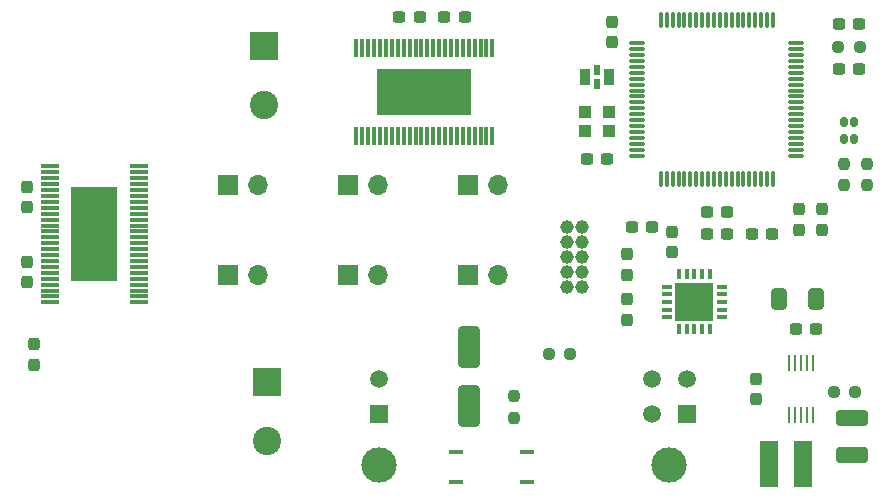
<source format=gbr>
%TF.GenerationSoftware,KiCad,Pcbnew,7.0.10*%
%TF.CreationDate,2025-02-18T11:07:04-08:00*%
%TF.ProjectId,flow-controller,666c6f77-2d63-46f6-9e74-726f6c6c6572,rev?*%
%TF.SameCoordinates,Original*%
%TF.FileFunction,Soldermask,Top*%
%TF.FilePolarity,Negative*%
%FSLAX46Y46*%
G04 Gerber Fmt 4.6, Leading zero omitted, Abs format (unit mm)*
G04 Created by KiCad (PCBNEW 7.0.10) date 2025-02-18 11:07:04*
%MOMM*%
%LPD*%
G01*
G04 APERTURE LIST*
G04 Aperture macros list*
%AMRoundRect*
0 Rectangle with rounded corners*
0 $1 Rounding radius*
0 $2 $3 $4 $5 $6 $7 $8 $9 X,Y pos of 4 corners*
0 Add a 4 corners polygon primitive as box body*
4,1,4,$2,$3,$4,$5,$6,$7,$8,$9,$2,$3,0*
0 Add four circle primitives for the rounded corners*
1,1,$1+$1,$2,$3*
1,1,$1+$1,$4,$5*
1,1,$1+$1,$6,$7*
1,1,$1+$1,$8,$9*
0 Add four rect primitives between the rounded corners*
20,1,$1+$1,$2,$3,$4,$5,0*
20,1,$1+$1,$4,$5,$6,$7,0*
20,1,$1+$1,$6,$7,$8,$9,0*
20,1,$1+$1,$8,$9,$2,$3,0*%
G04 Aperture macros list end*
%ADD10R,0.914400X1.447800*%
%ADD11R,0.558800X0.914400*%
%ADD12RoundRect,0.237500X-0.237500X0.250000X-0.237500X-0.250000X0.237500X-0.250000X0.237500X0.250000X0*%
%ADD13R,0.965200X0.304800*%
%ADD14R,0.304800X0.965200*%
%ADD15R,3.251200X3.251200*%
%ADD16RoundRect,0.237500X-0.300000X-0.237500X0.300000X-0.237500X0.300000X0.237500X-0.300000X0.237500X0*%
%ADD17RoundRect,0.237500X0.237500X-0.300000X0.237500X0.300000X-0.237500X0.300000X-0.237500X-0.300000X0*%
%ADD18RoundRect,0.237500X-0.237500X0.300000X-0.237500X-0.300000X0.237500X-0.300000X0.237500X0.300000X0*%
%ADD19RoundRect,0.237500X-0.250000X-0.237500X0.250000X-0.237500X0.250000X0.237500X-0.250000X0.237500X0*%
%ADD20RoundRect,0.250000X0.412500X0.650000X-0.412500X0.650000X-0.412500X-0.650000X0.412500X-0.650000X0*%
%ADD21R,1.500000X0.300000*%
%ADD22R,4.000000X8.000000*%
%ADD23R,1.219200X0.457200*%
%ADD24R,1.600000X3.900000*%
%ADD25RoundRect,0.162500X0.162500X0.262500X-0.162500X0.262500X-0.162500X-0.262500X0.162500X-0.262500X0*%
%ADD26RoundRect,0.237500X0.300000X0.237500X-0.300000X0.237500X-0.300000X-0.237500X0.300000X-0.237500X0*%
%ADD27R,1.095500X1.004801*%
%ADD28R,1.105500X1.014801*%
%ADD29R,1.085500X1.014801*%
%ADD30R,1.105500X1.004801*%
%ADD31C,1.168400*%
%ADD32C,2.999999*%
%ADD33R,1.520000X1.520000*%
%ADD34C,1.520000*%
%ADD35RoundRect,0.250000X-1.100000X0.412500X-1.100000X-0.412500X1.100000X-0.412500X1.100000X0.412500X0*%
%ADD36RoundRect,0.250000X-0.650000X1.500000X-0.650000X-1.500000X0.650000X-1.500000X0.650000X1.500000X0*%
%ADD37RoundRect,0.237500X0.250000X0.237500X-0.250000X0.237500X-0.250000X-0.237500X0.250000X-0.237500X0*%
%ADD38R,0.300000X1.500000*%
%ADD39R,8.000000X4.000000*%
%ADD40R,0.279400X1.333500*%
%ADD41O,0.299999X1.450000*%
%ADD42O,1.450000X0.299999*%
%ADD43R,1.700000X1.700000*%
%ADD44O,1.700000X1.700000*%
%ADD45R,2.400000X2.400000*%
%ADD46C,2.400000*%
G04 APERTURE END LIST*
D10*
%TO.C,U3*%
X103220249Y-88283051D03*
D11*
X102216949Y-87660751D03*
D10*
X101213649Y-88283051D03*
D11*
X102216949Y-88905351D03*
%TD*%
D12*
%TO.C,R10*%
X125076949Y-95625551D03*
X125076949Y-97450551D03*
%TD*%
D13*
%TO.C,U8*%
X108147849Y-106033051D03*
X108147849Y-106683052D03*
X108147849Y-107333051D03*
X108147849Y-107983050D03*
X108147849Y-108633051D03*
D14*
X109171949Y-109657151D03*
X109821950Y-109657151D03*
X110471949Y-109657151D03*
X111121948Y-109657151D03*
X111771949Y-109657151D03*
D13*
X112796049Y-108633051D03*
X112796049Y-107983050D03*
X112796049Y-107333051D03*
X112796049Y-106683052D03*
X112796049Y-106033051D03*
D14*
X111771949Y-105008951D03*
X111121948Y-105008951D03*
X110471949Y-105008951D03*
X109821950Y-105008951D03*
X109171949Y-105008951D03*
D15*
X110471949Y-107333051D03*
%TD*%
D16*
%TO.C,C3*%
X111514449Y-99713051D03*
X113239449Y-99713051D03*
%TD*%
D17*
%TO.C,C18*%
X53956949Y-99305551D03*
X53956949Y-97580551D03*
%TD*%
D18*
%TO.C,C23*%
X104756949Y-103295551D03*
X104756949Y-105020551D03*
%TD*%
D19*
%TO.C,R1*%
X122277500Y-114935000D03*
X124102500Y-114935000D03*
%TD*%
D20*
%TO.C,C6*%
X120782244Y-107093051D03*
X117657244Y-107093051D03*
%TD*%
D21*
%TO.C,U6*%
X55921949Y-95868051D03*
X55921949Y-96368051D03*
X55921949Y-96868051D03*
X55921949Y-97368051D03*
X55921949Y-97868051D03*
X55921949Y-98368051D03*
X55921949Y-98868051D03*
X55921949Y-99368051D03*
X55921949Y-99868051D03*
X55921949Y-100368051D03*
X55921949Y-100868051D03*
X55921949Y-101368051D03*
X55921949Y-101868051D03*
X55921949Y-102368051D03*
X55921949Y-102868051D03*
X55921949Y-103368051D03*
X55921949Y-103868051D03*
X55921949Y-104368051D03*
X55921949Y-104868051D03*
X55921949Y-105368051D03*
X55921949Y-105868051D03*
X55921949Y-106368051D03*
X55921949Y-106868051D03*
X55921949Y-107368051D03*
X63421949Y-107368051D03*
X63421949Y-106868051D03*
X63421949Y-106368051D03*
X63421949Y-105868051D03*
X63421949Y-105368051D03*
X63421949Y-104868051D03*
X63421949Y-104368051D03*
X63421949Y-103868051D03*
X63421949Y-103368051D03*
X63421949Y-102868051D03*
X63421949Y-102368051D03*
X63421949Y-101868051D03*
X63421949Y-101368051D03*
X63421949Y-100868051D03*
X63421949Y-100368051D03*
X63421949Y-99868051D03*
X63421949Y-99368051D03*
X63421949Y-98868051D03*
X63421949Y-98368051D03*
X63421949Y-97868051D03*
X63421949Y-97368051D03*
X63421949Y-96868051D03*
X63421949Y-96368051D03*
X63421949Y-95868051D03*
D22*
X59671949Y-101618051D03*
%TD*%
D23*
%TO.C,U9*%
X96278700Y-122555000D03*
X96278700Y-120015000D03*
X90278700Y-120015000D03*
X90278700Y-122555000D03*
%TD*%
D16*
%TO.C,C10*%
X101354449Y-95268051D03*
X103079449Y-95268051D03*
%TD*%
D17*
%TO.C,C25*%
X104756949Y-108830551D03*
X104756949Y-107105551D03*
%TD*%
D24*
%TO.C,L1*%
X119692244Y-121063051D03*
X116792244Y-121063051D03*
%TD*%
D25*
%TO.C,U7*%
X124021949Y-92093051D03*
X123171949Y-92093051D03*
X124021949Y-93543051D03*
X123171949Y-93543051D03*
%TD*%
D26*
%TO.C,C26*%
X117049449Y-101618051D03*
X115324449Y-101618051D03*
%TD*%
D27*
%TO.C,U4*%
X101224699Y-92890650D03*
D28*
X103214199Y-92895650D03*
D29*
X103204199Y-91290452D03*
D30*
X101219699Y-91295452D03*
%TD*%
D31*
%TO.C,J7*%
X99676949Y-100983051D03*
X100946949Y-100983051D03*
X99676949Y-102253051D03*
X100946949Y-102253051D03*
X99676949Y-103523051D03*
X100946949Y-103523051D03*
X99676949Y-104793051D03*
X100946949Y-104793051D03*
X99676949Y-106063051D03*
X100946949Y-106063051D03*
%TD*%
D12*
%TO.C,R7*%
X123171949Y-95625551D03*
X123171949Y-97450551D03*
%TD*%
D26*
%TO.C,C8*%
X124441949Y-83838051D03*
X122716949Y-83838051D03*
%TD*%
D17*
%TO.C,C1*%
X121266949Y-101210551D03*
X121266949Y-99485551D03*
%TD*%
D18*
%TO.C,C9*%
X103486949Y-83610551D03*
X103486949Y-85335551D03*
%TD*%
D32*
%TO.C,J8*%
X83801949Y-121159999D03*
D33*
X83801949Y-116840000D03*
D34*
X83801949Y-113840001D03*
%TD*%
D16*
%TO.C,C2*%
X111514449Y-101618051D03*
X113239449Y-101618051D03*
%TD*%
%TO.C,C27*%
X122716949Y-87648051D03*
X124441949Y-87648051D03*
%TD*%
D26*
%TO.C,C22*%
X106889449Y-100983051D03*
X105164449Y-100983051D03*
%TD*%
D17*
%TO.C,C11*%
X119361949Y-101210551D03*
X119361949Y-99485551D03*
%TD*%
D35*
%TO.C,C7*%
X123825000Y-117182500D03*
X123825000Y-120307500D03*
%TD*%
D36*
%TO.C,D1*%
X91421949Y-111183051D03*
X91421949Y-116183051D03*
%TD*%
D16*
%TO.C,C13*%
X89289449Y-83203051D03*
X91014449Y-83203051D03*
%TD*%
D17*
%TO.C,C20*%
X54591949Y-112640551D03*
X54591949Y-110915551D03*
%TD*%
D16*
%TO.C,C5*%
X119057244Y-109633051D03*
X120782244Y-109633051D03*
%TD*%
D12*
%TO.C,R11*%
X95231949Y-115310551D03*
X95231949Y-117135551D03*
%TD*%
D16*
%TO.C,C14*%
X85479449Y-83203051D03*
X87204449Y-83203051D03*
%TD*%
D37*
%TO.C,R12*%
X124491949Y-85743051D03*
X122666949Y-85743051D03*
%TD*%
D38*
%TO.C,U5*%
X93361949Y-85803051D03*
X92861949Y-85803051D03*
X92361949Y-85803051D03*
X91861949Y-85803051D03*
X91361949Y-85803051D03*
X90861949Y-85803051D03*
X90361949Y-85803051D03*
X89861949Y-85803051D03*
X89361949Y-85803051D03*
X88861949Y-85803051D03*
X88361949Y-85803051D03*
X87861949Y-85803051D03*
X87361949Y-85803051D03*
X86861949Y-85803051D03*
X86361949Y-85803051D03*
X85861949Y-85803051D03*
X85361949Y-85803051D03*
X84861949Y-85803051D03*
X84361949Y-85803051D03*
X83861949Y-85803051D03*
X83361949Y-85803051D03*
X82861949Y-85803051D03*
X82361949Y-85803051D03*
X81861949Y-85803051D03*
X81861949Y-93303051D03*
X82361949Y-93303051D03*
X82861949Y-93303051D03*
X83361949Y-93303051D03*
X83861949Y-93303051D03*
X84361949Y-93303051D03*
X84861949Y-93303051D03*
X85361949Y-93303051D03*
X85861949Y-93303051D03*
X86361949Y-93303051D03*
X86861949Y-93303051D03*
X87361949Y-93303051D03*
X87861949Y-93303051D03*
X88361949Y-93303051D03*
X88861949Y-93303051D03*
X89361949Y-93303051D03*
X89861949Y-93303051D03*
X90361949Y-93303051D03*
X90861949Y-93303051D03*
X91361949Y-93303051D03*
X91861949Y-93303051D03*
X92361949Y-93303051D03*
X92861949Y-93303051D03*
X93361949Y-93303051D03*
D39*
X87611949Y-89553051D03*
%TD*%
D40*
%TO.C,U2*%
X120513004Y-112496901D03*
X120012624Y-112496901D03*
X119512244Y-112496901D03*
X119011864Y-112496901D03*
X118511484Y-112496901D03*
X118511484Y-116929201D03*
X119011864Y-116929201D03*
X119512244Y-116929201D03*
X120012624Y-116929201D03*
X120513004Y-116929201D03*
%TD*%
D17*
%TO.C,C19*%
X53956949Y-105655551D03*
X53956949Y-103930551D03*
%TD*%
D32*
%TO.C,J9*%
X108355000Y-121159999D03*
D33*
X109855000Y-116840000D03*
D34*
X106855001Y-116840000D03*
X109855000Y-113840001D03*
X106855001Y-113840001D03*
%TD*%
D41*
%TO.C,U1*%
X107626948Y-96913052D03*
X108126947Y-96913052D03*
X108626949Y-96913052D03*
X109126948Y-96913052D03*
X109626949Y-96913052D03*
X110126948Y-96913052D03*
X110626947Y-96913052D03*
X111126949Y-96913052D03*
X111626948Y-96913052D03*
X112126949Y-96913052D03*
X112626949Y-96913052D03*
X113126947Y-96913052D03*
X113626949Y-96913052D03*
X114126948Y-96913052D03*
X114626950Y-96913052D03*
X115126949Y-96913052D03*
X115626948Y-96913052D03*
X116126949Y-96913052D03*
X116626948Y-96913052D03*
X117126950Y-96913052D03*
D42*
X119101950Y-94938052D03*
X119101950Y-94438053D03*
X119101950Y-93938051D03*
X119101950Y-93438052D03*
X119101950Y-92938051D03*
X119101950Y-92438052D03*
X119101950Y-91938053D03*
X119101950Y-91438051D03*
X119101950Y-90938052D03*
X119101950Y-90438051D03*
X119101950Y-89938051D03*
X119101950Y-89438053D03*
X119101950Y-88938051D03*
X119101950Y-88438052D03*
X119101950Y-87938050D03*
X119101950Y-87438051D03*
X119101950Y-86938052D03*
X119101950Y-86438051D03*
X119101950Y-85938052D03*
X119101950Y-85438050D03*
D41*
X117126950Y-83463050D03*
X116626948Y-83463050D03*
X116126949Y-83463050D03*
X115626948Y-83463050D03*
X115126949Y-83463050D03*
X114626950Y-83463050D03*
X114126948Y-83463050D03*
X113626949Y-83463050D03*
X113126947Y-83463050D03*
X112626949Y-83463050D03*
X112126949Y-83463050D03*
X111626948Y-83463050D03*
X111126949Y-83463050D03*
X110626947Y-83463050D03*
X110126948Y-83463050D03*
X109626949Y-83463050D03*
X109126948Y-83463050D03*
X108626949Y-83463050D03*
X108126947Y-83463050D03*
X107626948Y-83463050D03*
D42*
X105651948Y-85438050D03*
X105651948Y-85938052D03*
X105651948Y-86438051D03*
X105651948Y-86938052D03*
X105651948Y-87438051D03*
X105651948Y-87938050D03*
X105651948Y-88438052D03*
X105651948Y-88938051D03*
X105651948Y-89438053D03*
X105651948Y-89938051D03*
X105651948Y-90438051D03*
X105651948Y-90938052D03*
X105651948Y-91438051D03*
X105651948Y-91938053D03*
X105651948Y-92438052D03*
X105651948Y-92938051D03*
X105651948Y-93438052D03*
X105651948Y-93938051D03*
X105651948Y-94438053D03*
X105651948Y-94938052D03*
%TD*%
D17*
%TO.C,C24*%
X108566949Y-103115551D03*
X108566949Y-101390551D03*
%TD*%
D18*
%TO.C,C4*%
X115702244Y-113850551D03*
X115702244Y-115575551D03*
%TD*%
D37*
%TO.C,R2*%
X99954449Y-111778051D03*
X98129449Y-111778051D03*
%TD*%
D43*
%TO.C,J1*%
X81185749Y-105021651D03*
D44*
X83725749Y-105021651D03*
%TD*%
D45*
%TO.C,C16*%
X74050000Y-85676041D03*
D46*
X74050000Y-90676041D03*
%TD*%
D43*
%TO.C,J5*%
X91345749Y-105021651D03*
D44*
X93885749Y-105021651D03*
%TD*%
D43*
%TO.C,J6*%
X81185749Y-97401651D03*
D44*
X83725749Y-97401651D03*
%TD*%
D43*
%TO.C,J3*%
X71025749Y-105021651D03*
D44*
X73565749Y-105021651D03*
%TD*%
D43*
%TO.C,J2*%
X91345749Y-97401651D03*
D44*
X93885749Y-97401651D03*
%TD*%
D45*
%TO.C,C21*%
X74300000Y-114101041D03*
D46*
X74300000Y-119101041D03*
%TD*%
D43*
%TO.C,J4*%
X71025749Y-97401651D03*
D44*
X73565749Y-97401651D03*
%TD*%
M02*

</source>
